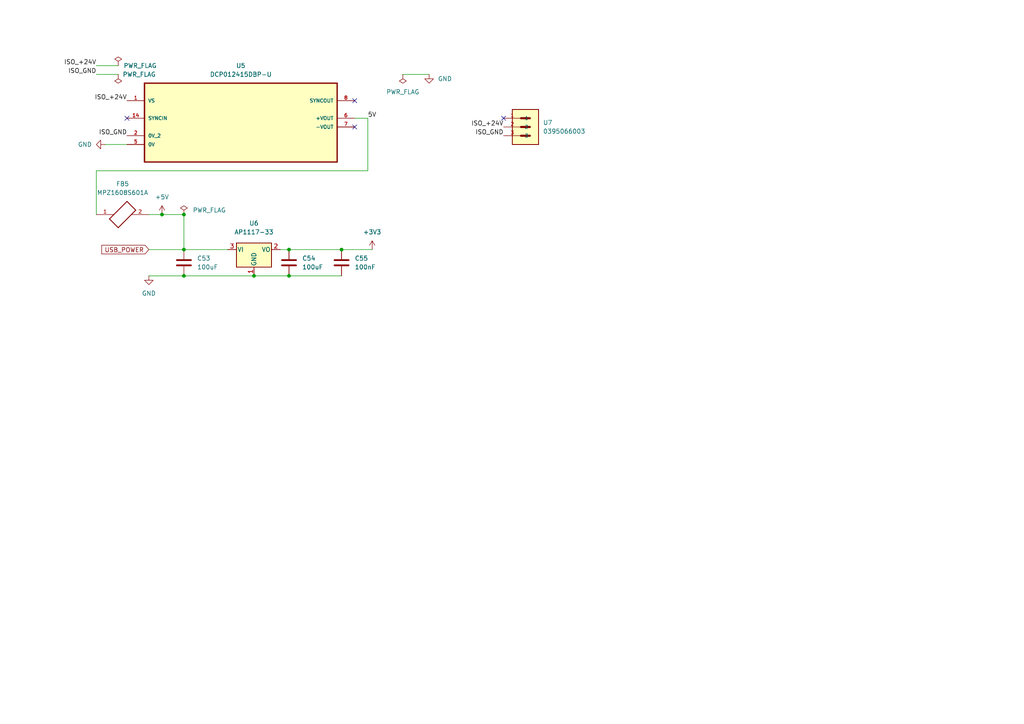
<source format=kicad_sch>
(kicad_sch (version 20211123) (generator eeschema)
  (paper "A4")
  (lib_symbols
    (symbol "0395066003:0395066003" (pin_names (offset 1.016))
      (property "Reference" "U" (at -5.0818 7.6226 0))
      (property "Value" "0395066003" (at -5.0866 -8.9016 0))
      (symbol "0395066003_0_0"
        (rectangle (start -5.08 -5.08) (end 2.54 5.08) (stroke (width 0.254)) (fill (type background)))
        (polyline (pts (xy -2.54 -2.54) (xy 0 -2.54)) (stroke (width 0.6096)))
        (polyline (pts (xy -2.54 0) (xy 0 0)) (stroke (width 0.6096)))
        (polyline (pts (xy -2.54 2.54) (xy 0 2.54)) (stroke (width 0.6096)))
        (pin passive line (at -7.62 2.54 0) (length 5.08) (name "1") (number "1"))
        (pin passive line (at -7.62 0 0) (length 5.08) (name "2") (number "2"))
        (pin passive line (at -7.62 -2.54 0) (length 5.08) (name "3") (number "3"))
      )
    )
    (symbol "DCP012415DBP-U:DCP012415DBP-U" (pin_names (offset 1.016))
      (property "Reference" "U" (at -5.3677 11.6765 0))
      (property "Value" "DCP012415DBP-U" (at -4.4198 -19.4828 0))
      (symbol "DCP012415DBP-U_0_0"
        (rectangle (start -27.94 -15.24) (end 27.94 7.62) (stroke (width 0.4064)) (fill (type background)))
        (pin power_in line (at -33.02 2.54 0) (length 5.08) (name "VS") (number "1"))
        (pin input line (at -33.02 -2.54 0) (length 5.08) (name "SYNCIN") (number "14"))
        (pin passive line (at -33.02 -7.62 0) (length 5.08) (name "0V_2") (number "2"))
        (pin passive line (at -33.02 -10.16 0) (length 5.08) (name "0V") (number "5"))
        (pin output line (at 33.02 -2.54 180) (length 5.08) (name "+VOUT") (number "6"))
        (pin output line (at 33.02 -5.08 180) (length 5.08) (name "-VOUT") (number "7"))
        (pin output line (at 33.02 2.54 180) (length 5.08) (name "SYNCOUT") (number "8"))
      )
    )
    (symbol "Device:C" (pin_numbers hide) (pin_names (offset 0.254))
      (property "Reference" "C" (at 0.635 2.54 0))
      (property "Value" "C" (at 0.635 -2.54 0))
      (symbol "C_0_1"
        (polyline (pts (xy -2.032 -0.762) (xy 2.032 -0.762)) (stroke (width 0.508)))
        (polyline (pts (xy -2.032 0.762) (xy 2.032 0.762)) (stroke (width 0.508)))
      )
      (symbol "C_1_1"
        (pin passive line (at 0 3.81 270) (length 2.794) (name "~") (number "1"))
        (pin passive line (at 0 -3.81 90) (length 2.794) (name "~") (number "2"))
      )
    )
    (symbol "MPZ1608S601A:MPZ1608S601A" (pin_names (offset 1.016))
      (property "Reference" "FB" (at -7.6244 5.0815 0))
      (property "Value" "MPZ1608S601A" (at -7.63 -7.6266 0))
      (symbol "MPZ1608S601A_0_0"
        (polyline (pts (xy -3.81 -1.27) (xy -1.27 -3.81)) (stroke (width 0.254)))
        (polyline (pts (xy -1.27 -3.81) (xy 3.81 1.27)) (stroke (width 0.254)))
        (polyline (pts (xy 1.27 3.81) (xy -3.81 -1.27)) (stroke (width 0.254)))
        (polyline (pts (xy 3.81 1.27) (xy 1.27 3.81)) (stroke (width 0.254)))
        (pin passive line (at -7.62 0 0) (length 5.08) (name "~") (number "1"))
        (pin passive line (at 7.62 0 180) (length 5.08) (name "~") (number "2"))
      )
    )
    (symbol "Regulator_Linear:AP1117-33" (pin_names (offset 0.254))
      (property "Reference" "U" (at -3.81 3.175 0))
      (property "Value" "AP1117-33" (at 0 3.175 0))
      (symbol "AP1117-33_0_1"
        (rectangle (start -5.08 -5.08) (end 5.08 1.905) (stroke (width 0.254)) (fill (type background)))
      )
      (symbol "AP1117-33_1_1"
        (pin power_in line (at 0 -7.62 90) (length 2.54) (name "GND") (number "1"))
        (pin power_out line (at 7.62 0 180) (length 2.54) (name "VO") (number "2"))
        (pin power_in line (at -7.62 0 0) (length 2.54) (name "VI") (number "3"))
      )
    )
    (symbol "power:+3V3" (power) (pin_names (offset 0))
      (property "Value" "+3V3" (at 0 3.556 0))
      (symbol "+3V3_0_1"
        (polyline (pts (xy -0.762 1.27) (xy 0 2.54)))
        (polyline (pts (xy 0 0) (xy 0 2.54)))
        (polyline (pts (xy 0 2.54) (xy 0.762 1.27)))
      )
      (symbol "+3V3_1_1"
        (pin power_in line (at 0 0 90) (length 0) hide (name "+3V3") (number "1"))
      )
    )
    (symbol "power:+5V" (power) (pin_names (offset 0))
      (property "Value" "+5V" (at 0 3.556 0))
      (symbol "+5V_0_1"
        (polyline (pts (xy -0.762 1.27) (xy 0 2.54)))
        (polyline (pts (xy 0 0) (xy 0 2.54)))
        (polyline (pts (xy 0 2.54) (xy 0.762 1.27)))
      )
      (symbol "+5V_1_1"
        (pin power_in line (at 0 0 90) (length 0) hide (name "+5V") (number "1"))
      )
    )
    (symbol "power:GND" (power) (pin_names (offset 0))
      (property "Value" "GND" (at 0 -3.81 0))
      (symbol "GND_0_1"
        (polyline (pts (xy 0 0) (xy 0 -1.27) (xy 1.27 -1.27) (xy 0 -2.54) (xy -1.27 -1.27) (xy 0 -1.27)))
      )
      (symbol "GND_1_1"
        (pin power_in line (at 0 0 270) (length 0) hide (name "GND") (number "1"))
      )
    )
    (symbol "power:PWR_FLAG" (power) (pin_numbers hide) (pin_names (offset 0) hide)
      (property "Value" "PWR_FLAG" (at 0 3.81 0))
      (symbol "PWR_FLAG_0_0"
        (pin power_out line (at 0 0 90) (length 0) (name "pwr") (number "1"))
      )
      (symbol "PWR_FLAG_0_1"
        (polyline (pts (xy 0 0) (xy 0 1.27) (xy -1.016 1.905) (xy 0 2.54) (xy 1.016 1.905) (xy 0 1.27)))
      )
    )
  )
  (junction (at 53.34 72.39))
  (junction (at 83.82 80.01))
  (junction (at 99.06 72.39))
  (junction (at 53.34 80.01))
  (junction (at 73.66 80.01))
  (junction (at 46.99 62.23))
  (junction (at 83.82 72.39))
  (junction (at 53.34 62.23))
  (no_connect (at 146.05 34.29))
  (no_connect (at 102.87 36.83))
  (no_connect (at 36.83 34.29))
  (no_connect (at 102.87 29.21))
  (wire (pts (xy 102.87 34.29) (xy 106.68 34.29)))
  (wire (pts (xy 43.18 80.01) (xy 53.34 80.01)))
  (wire (pts (xy 99.06 72.39) (xy 107.95 72.39)))
  (wire (pts (xy 73.66 80.01) (xy 83.82 80.01)))
  (wire (pts (xy 106.68 49.53) (xy 27.94 49.53)))
  (wire (pts (xy 30.48 41.91) (xy 36.83 41.91)))
  (wire (pts (xy 43.18 72.39) (xy 53.34 72.39)))
  (wire (pts (xy 53.34 62.23) (xy 53.34 72.39)))
  (wire (pts (xy 53.34 72.39) (xy 66.04 72.39)))
  (wire (pts (xy 81.28 72.39) (xy 83.82 72.39)))
  (wire (pts (xy 106.68 34.29) (xy 106.68 49.53)))
  (wire (pts (xy 83.82 72.39) (xy 99.06 72.39)))
  (wire (pts (xy 53.34 80.01) (xy 73.66 80.01)))
  (wire (pts (xy 43.18 62.23) (xy 46.99 62.23)))
  (wire (pts (xy 27.94 49.53) (xy 27.94 62.23)))
  (wire (pts (xy 27.94 21.59) (xy 34.29 21.59)))
  (wire (pts (xy 116.84 21.59) (xy 124.46 21.59)))
  (wire (pts (xy 46.99 62.23) (xy 53.34 62.23)))
  (wire (pts (xy 83.82 80.01) (xy 99.06 80.01)))
  (wire (pts (xy 27.94 19.05) (xy 34.29 19.05)))
  (label "ISO_+24V" (at 146.05 36.83 180))
  (label "ISO_+24V" (at 36.83 29.21 180))
  (label "ISO_+24V" (at 27.94 19.05 180))
  (label "ISO_GND" (at 27.94 21.59 180))
  (label "5V" (at 106.68 34.29 0))
  (label "ISO_GND" (at 36.83 39.37 180))
  (label "ISO_GND" (at 146.05 39.37 180))
  (global_label "USB_POWER" (shape input) (at 43.18 72.39 180) (property "Intersheet References" "${INTERSHEET_REFS}" (effects hide)))
  (symbol (lib_id "DCP012415DBP-U:DCP012415DBP-U") (at 69.85 31.75 0) (unit 1)
    (property "Reference" "U5" (at 69.85 19.05 0))
    (property "Value" "DCP012415DBP-U" (at 69.85 21.59 0))
    (property "Footprint" "DCP012415DBP-U:SOP254P1050X533-14N" (effects hide))
    (property "SUPPLIER" "TEXAS INSTRUMENTS" (effects hide))
    (property "OC_FARNELL" "1247063" (effects hide))
    (property "OC_NEWARK" "76K4235" (effects hide))
    (property "MPN" "DCP012415DBP-U" (effects hide))
    (property "PACKAGE" "SOP-7" (effects hide))
  )
  (symbol (lib_id "power:+3V3") (at 107.95 72.39 0) (unit 1)
    (property "Reference" "#PWR092" (effects hide))
    (property "Value" "+3V3" (at 107.95 67.31 0))
  )
  (symbol (lib_id "Device:C") (at 53.34 76.2 0) (unit 1)
    (property "Reference" "C53" (at 57.15 74.9299 0) (effects (justify left)))
    (property "Value" "100uF" (at 57.15 77.4699 0) (effects (justify left)))
    (property "Footprint" "Capacitor_SMD:C_0603_1608Metric_Pad1.08x0.95mm_HandSolder" (effects hide))
  )
  (symbol (lib_id "power:GND") (at 30.48 41.91 270) (unit 1)
    (property "Reference" "#PWR089" (effects hide))
    (property "Value" "GND" (at 26.67 41.9099 90) (effects (justify right)))
  )
  (symbol (lib_id "power:PWR_FLAG") (at 116.84 21.59 180) (unit 1)
    (property "Reference" "#FLG013" (effects hide))
    (property "Value" "PWR_FLAG" (at 116.84 26.67 0))
  )
  (symbol (lib_id "power:PWR_FLAG") (at 34.29 21.59 180) (unit 1)
    (property "Reference" "#FLG011" (effects hide))
    (property "Value" "PWR_FLAG" (at 35.56 21.59 0) (effects (justify right)))
  )
  (symbol (lib_id "Regulator_Linear:AP1117-33") (at 73.66 72.39 0) (unit 1)
    (property "Reference" "U6" (at 73.66 64.77 0))
    (property "Value" "AP1117-33" (at 73.66 67.31 0))
    (property "Footprint" "Package_TO_SOT_SMD:SOT-223-3_TabPin2" (effects hide))
    (property "Datasheet" "http://www.diodes.com/datasheets/AP1117.pdf" (effects hide))
  )
  (symbol (lib_id "Device:C") (at 83.82 76.2 0) (unit 1)
    (property "Reference" "C54" (at 87.63 74.9299 0) (effects (justify left)))
    (property "Value" "100uF" (at 87.63 77.4699 0) (effects (justify left)))
    (property "Footprint" "Capacitor_SMD:C_0603_1608Metric_Pad1.08x0.95mm_HandSolder" (effects hide))
  )
  (symbol (lib_id "MPZ1608S601A:MPZ1608S601A") (at 35.56 62.23 0) (unit 1)
    (property "Reference" "FB5" (at 35.56 53.34 0))
    (property "Value" "MPZ1608S601A" (at 35.56 55.88 0))
    (property "Footprint" "MPZ1608S601A:BEADC1608X95N" (effects hide))
  )
  (symbol (lib_id "0395066003:0395066003") (at 153.67 36.83 0) (unit 1)
    (property "Reference" "U7" (at 157.48 35.5599 0) (effects (justify left)))
    (property "Value" "0395066003" (at 157.48 38.0999 0) (effects (justify left)))
    (property "Footprint" "MOLEX_0395066003" (effects hide))
  )
  (symbol (lib_id "power:GND") (at 124.46 21.59 0) (unit 1)
    (property "Reference" "#PWR093" (effects hide))
    (property "Value" "GND" (at 127 22.8599 0) (effects (justify left)))
  )
  (symbol (lib_id "power:+5V") (at 46.99 62.23 0) (unit 1)
    (property "Reference" "#PWR091" (effects hide))
    (property "Value" "+5V" (at 46.99 57.15 0))
  )
  (symbol (lib_id "power:PWR_FLAG") (at 53.34 62.23 0) (unit 1)
    (property "Reference" "#FLG012" (effects hide))
    (property "Value" "PWR_FLAG" (at 55.88 60.9599 0) (effects (justify left)))
  )
  (symbol (lib_id "power:GND") (at 43.18 80.01 0) (unit 1)
    (property "Reference" "#PWR090" (effects hide))
    (property "Value" "GND" (at 43.18 85.09 0))
  )
  (symbol (lib_id "Device:C") (at 99.06 76.2 0) (unit 1)
    (property "Reference" "C55" (at 102.87 74.9299 0) (effects (justify left)))
    (property "Value" "100nF" (at 102.87 77.4699 0) (effects (justify left)))
    (property "Footprint" "Capacitor_SMD:C_0603_1608Metric_Pad1.08x0.95mm_HandSolder" (effects hide))
  )
  (symbol (lib_id "power:PWR_FLAG") (at 34.29 19.05 0) (unit 1)
    (property "Reference" "#FLG010" (effects hide))
    (property "Value" "PWR_FLAG" (at 40.64 19.05 0))
  )
)
</source>
